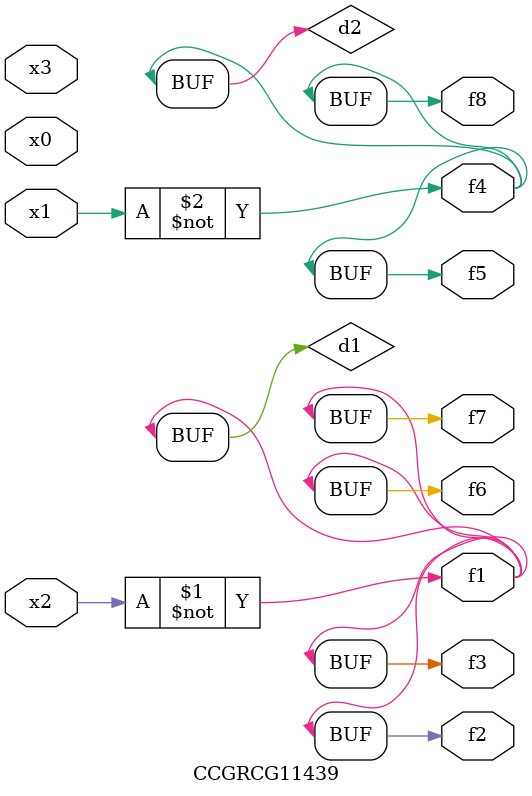
<source format=v>
module CCGRCG11439(
	input x0, x1, x2, x3,
	output f1, f2, f3, f4, f5, f6, f7, f8
);

	wire d1, d2;

	xnor (d1, x2);
	not (d2, x1);
	assign f1 = d1;
	assign f2 = d1;
	assign f3 = d1;
	assign f4 = d2;
	assign f5 = d2;
	assign f6 = d1;
	assign f7 = d1;
	assign f8 = d2;
endmodule

</source>
